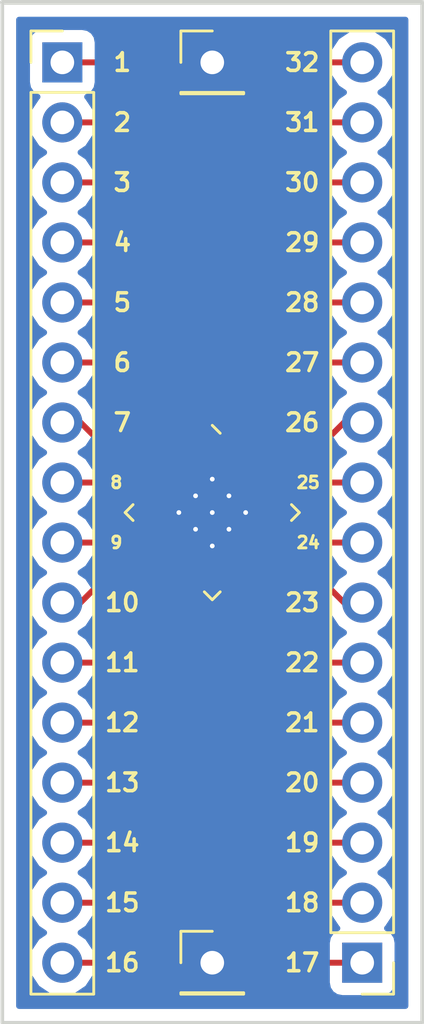
<source format=kicad_pcb>
(kicad_pcb (version 20171130) (host pcbnew "(5.0.0-3-g5ebb6b6)")

  (general
    (thickness 1.6)
    (drawings 36)
    (tracks 115)
    (zones 0)
    (modules 5)
    (nets 34)
  )

  (page A4)
  (layers
    (0 F.Cu signal)
    (31 B.Cu signal)
    (32 B.Adhes user)
    (33 F.Adhes user)
    (34 B.Paste user)
    (35 F.Paste user)
    (36 B.SilkS user)
    (37 F.SilkS user)
    (38 B.Mask user)
    (39 F.Mask user)
    (40 Dwgs.User user)
    (41 Cmts.User user)
    (42 Eco1.User user)
    (43 Eco2.User user)
    (44 Edge.Cuts user)
    (45 Margin user)
    (46 B.CrtYd user)
    (47 F.CrtYd user)
    (48 B.Fab user)
    (49 F.Fab user)
  )

  (setup
    (last_trace_width 0.25)
    (trace_clearance 0.2)
    (zone_clearance 0.508)
    (zone_45_only no)
    (trace_min 0.2)
    (segment_width 0.2)
    (edge_width 0.15)
    (via_size 0.8)
    (via_drill 0.4)
    (via_min_size 0.4)
    (via_min_drill 0.3)
    (uvia_size 0.3)
    (uvia_drill 0.1)
    (uvias_allowed no)
    (uvia_min_size 0.2)
    (uvia_min_drill 0.1)
    (pcb_text_width 0.15)
    (pcb_text_size 0.75 0.75)
    (mod_edge_width 0.15)
    (mod_text_size 1 1)
    (mod_text_width 0.15)
    (pad_size 1.524 1.524)
    (pad_drill 0.762)
    (pad_to_mask_clearance 0.2)
    (aux_axis_origin 0 0)
    (visible_elements FFFFFF7F)
    (pcbplotparams
      (layerselection 0x010fc_ffffffff)
      (usegerberextensions false)
      (usegerberattributes false)
      (usegerberadvancedattributes false)
      (creategerberjobfile false)
      (excludeedgelayer true)
      (linewidth 0.100000)
      (plotframeref false)
      (viasonmask false)
      (mode 1)
      (useauxorigin false)
      (hpglpennumber 1)
      (hpglpenspeed 20)
      (hpglpendiameter 15.000000)
      (psnegative false)
      (psa4output false)
      (plotreference true)
      (plotvalue true)
      (plotinvisibletext false)
      (padsonsilk false)
      (subtractmaskfromsilk false)
      (outputformat 1)
      (mirror false)
      (drillshape 0)
      (scaleselection 1)
      (outputdirectory "QFN32_GERBERS/"))
  )

  (net 0 "")
  (net 1 /THERMAL_PAD)
  (net 2 /1)
  (net 3 /2)
  (net 4 /3)
  (net 5 /4)
  (net 6 /5)
  (net 7 /6)
  (net 8 /7)
  (net 9 /8)
  (net 10 /9)
  (net 11 /10)
  (net 12 /11)
  (net 13 /12)
  (net 14 /13)
  (net 15 /14)
  (net 16 /15)
  (net 17 /16)
  (net 18 /32)
  (net 19 /31)
  (net 20 /30)
  (net 21 /29)
  (net 22 /28)
  (net 23 /27)
  (net 24 /26)
  (net 25 /25)
  (net 26 /24)
  (net 27 /23)
  (net 28 /22)
  (net 29 /21)
  (net 30 /20)
  (net 31 /19)
  (net 32 /18)
  (net 33 /17)

  (net_class Default "This is the default net class."
    (clearance 0.2)
    (trace_width 0.25)
    (via_dia 0.8)
    (via_drill 0.4)
    (uvia_dia 0.3)
    (uvia_drill 0.1)
    (add_net /1)
    (add_net /10)
    (add_net /11)
    (add_net /12)
    (add_net /13)
    (add_net /14)
    (add_net /15)
    (add_net /16)
    (add_net /17)
    (add_net /18)
    (add_net /19)
    (add_net /2)
    (add_net /20)
    (add_net /21)
    (add_net /22)
    (add_net /23)
    (add_net /24)
    (add_net /25)
    (add_net /26)
    (add_net /27)
    (add_net /28)
    (add_net /29)
    (add_net /3)
    (add_net /30)
    (add_net /31)
    (add_net /32)
    (add_net /4)
    (add_net /5)
    (add_net /6)
    (add_net /7)
    (add_net /8)
    (add_net /9)
    (add_net /THERMAL_PAD)
  )

  (module Connector_PinHeader_2.54mm:PinHeader_1x01_P2.54mm_Vertical (layer F.Cu) (tedit 5C4BAC97) (tstamp 5C4BAC21)
    (at 135.89 114.3)
    (descr "Through hole straight pin header, 1x01, 2.54mm pitch, single row")
    (tags "Through hole pin header THT 1x01 2.54mm single row")
    (path /5C4CA25B)
    (fp_text reference J1 (at -24.384 1.016) (layer F.SilkS) hide
      (effects (font (size 1 1) (thickness 0.15)))
    )
    (fp_text value Conn_01x01 (at -20.574 -6.35) (layer F.Fab) hide
      (effects (font (size 1 1) (thickness 0.15)))
    )
    (fp_text user %R (at 0 0 90) (layer F.Fab)
      (effects (font (size 1 1) (thickness 0.15)))
    )
    (fp_line (start 1.8 -1.8) (end -1.8 -1.8) (layer F.CrtYd) (width 0.05))
    (fp_line (start 1.8 1.8) (end 1.8 -1.8) (layer F.CrtYd) (width 0.05))
    (fp_line (start -1.8 1.8) (end 1.8 1.8) (layer F.CrtYd) (width 0.05))
    (fp_line (start -1.8 -1.8) (end -1.8 1.8) (layer F.CrtYd) (width 0.05))
    (fp_line (start -1.33 -1.33) (end 0 -1.33) (layer F.SilkS) (width 0.12))
    (fp_line (start -1.33 0) (end -1.33 -1.33) (layer F.SilkS) (width 0.12))
    (fp_line (start -1.33 1.27) (end 1.33 1.27) (layer F.SilkS) (width 0.12))
    (fp_line (start 1.33 1.27) (end 1.33 1.33) (layer F.SilkS) (width 0.12))
    (fp_line (start -1.33 1.27) (end -1.33 1.33) (layer F.SilkS) (width 0.12))
    (fp_line (start -1.33 1.33) (end 1.33 1.33) (layer F.SilkS) (width 0.12))
    (fp_line (start -1.27 -0.635) (end -0.635 -1.27) (layer F.Fab) (width 0.1))
    (fp_line (start -1.27 1.27) (end -1.27 -0.635) (layer F.Fab) (width 0.1))
    (fp_line (start 1.27 1.27) (end -1.27 1.27) (layer F.Fab) (width 0.1))
    (fp_line (start 1.27 -1.27) (end 1.27 1.27) (layer F.Fab) (width 0.1))
    (fp_line (start -0.635 -1.27) (end 1.27 -1.27) (layer F.Fab) (width 0.1))
    (pad 1 thru_hole rect (at 0 0) (size 1.7 1.7) (drill 1) (layers *.Cu *.Mask)
      (net 1 /THERMAL_PAD))
    (model ${KISYS3DMOD}/Connector_PinHeader_2.54mm.3dshapes/PinHeader_1x01_P2.54mm_Vertical.wrl
      (at (xyz 0 0 0))
      (scale (xyz 1 1 1))
      (rotate (xyz 0 0 0))
    )
  )

  (module Connector_PinHeader_2.54mm:PinHeader_1x01_P2.54mm_Vertical (layer F.Cu) (tedit 5C4BAC84) (tstamp 5C4BAC36)
    (at 135.89 76.2)
    (descr "Through hole straight pin header, 1x01, 2.54mm pitch, single row")
    (tags "Through hole pin header THT 1x01 2.54mm single row")
    (path /5C4CA20F)
    (fp_text reference J2 (at -22.098 1.27) (layer F.SilkS) hide
      (effects (font (size 1 1) (thickness 0.15)))
    )
    (fp_text value Conn_01x01 (at -19.05 7.366) (layer F.Fab) hide
      (effects (font (size 1 1) (thickness 0.15)))
    )
    (fp_line (start -0.635 -1.27) (end 1.27 -1.27) (layer F.Fab) (width 0.1))
    (fp_line (start 1.27 -1.27) (end 1.27 1.27) (layer F.Fab) (width 0.1))
    (fp_line (start 1.27 1.27) (end -1.27 1.27) (layer F.Fab) (width 0.1))
    (fp_line (start -1.27 1.27) (end -1.27 -0.635) (layer F.Fab) (width 0.1))
    (fp_line (start -1.27 -0.635) (end -0.635 -1.27) (layer F.Fab) (width 0.1))
    (fp_line (start -1.33 1.33) (end 1.33 1.33) (layer F.SilkS) (width 0.12))
    (fp_line (start -1.33 1.27) (end -1.33 1.33) (layer F.SilkS) (width 0.12))
    (fp_line (start 1.33 1.27) (end 1.33 1.33) (layer F.SilkS) (width 0.12))
    (fp_line (start -1.33 1.27) (end 1.33 1.27) (layer F.SilkS) (width 0.12))
    (fp_line (start -1.33 0) (end -1.33 -1.33) (layer F.SilkS) (width 0.12))
    (fp_line (start -1.33 -1.33) (end 0 -1.33) (layer F.SilkS) (width 0.12))
    (fp_line (start -1.8 -1.8) (end -1.8 1.8) (layer F.CrtYd) (width 0.05))
    (fp_line (start -1.8 1.8) (end 1.8 1.8) (layer F.CrtYd) (width 0.05))
    (fp_line (start 1.8 1.8) (end 1.8 -1.8) (layer F.CrtYd) (width 0.05))
    (fp_line (start 1.8 -1.8) (end -1.8 -1.8) (layer F.CrtYd) (width 0.05))
    (fp_text user %R (at 0 0 90) (layer F.Fab)
      (effects (font (size 1 1) (thickness 0.15)))
    )
    (pad 1 thru_hole rect (at 0 0) (size 1.7 1.7) (drill 1) (layers *.Cu *.Mask)
      (net 1 /THERMAL_PAD))
    (model ${KISYS3DMOD}/Connector_PinHeader_2.54mm.3dshapes/PinHeader_1x01_P2.54mm_Vertical.wrl
      (at (xyz 0 0 0))
      (scale (xyz 1 1 1))
      (rotate (xyz 0 0 0))
    )
  )

  (module Connector_PinHeader_2.54mm:PinHeader_1x16_P2.54mm_Vertical (layer F.Cu) (tedit 5C4BAC8D) (tstamp 5C4BAC5A)
    (at 129.54 76.2)
    (descr "Through hole straight pin header, 1x16, 2.54mm pitch, single row")
    (tags "Through hole pin header THT 1x16 2.54mm single row")
    (path /5C4D41D8)
    (fp_text reference J3 (at -15.494 3.556) (layer F.SilkS) hide
      (effects (font (size 1 1) (thickness 0.15)))
    )
    (fp_text value Conn_01x16 (at -13.716 27.178) (layer F.Fab) hide
      (effects (font (size 1 1) (thickness 0.15)))
    )
    (fp_line (start -0.635 -1.27) (end 1.27 -1.27) (layer F.Fab) (width 0.1))
    (fp_line (start 1.27 -1.27) (end 1.27 39.37) (layer F.Fab) (width 0.1))
    (fp_line (start 1.27 39.37) (end -1.27 39.37) (layer F.Fab) (width 0.1))
    (fp_line (start -1.27 39.37) (end -1.27 -0.635) (layer F.Fab) (width 0.1))
    (fp_line (start -1.27 -0.635) (end -0.635 -1.27) (layer F.Fab) (width 0.1))
    (fp_line (start -1.33 39.43) (end 1.33 39.43) (layer F.SilkS) (width 0.12))
    (fp_line (start -1.33 1.27) (end -1.33 39.43) (layer F.SilkS) (width 0.12))
    (fp_line (start 1.33 1.27) (end 1.33 39.43) (layer F.SilkS) (width 0.12))
    (fp_line (start -1.33 1.27) (end 1.33 1.27) (layer F.SilkS) (width 0.12))
    (fp_line (start -1.33 0) (end -1.33 -1.33) (layer F.SilkS) (width 0.12))
    (fp_line (start -1.33 -1.33) (end 0 -1.33) (layer F.SilkS) (width 0.12))
    (fp_line (start -1.8 -1.8) (end -1.8 39.9) (layer F.CrtYd) (width 0.05))
    (fp_line (start -1.8 39.9) (end 1.8 39.9) (layer F.CrtYd) (width 0.05))
    (fp_line (start 1.8 39.9) (end 1.8 -1.8) (layer F.CrtYd) (width 0.05))
    (fp_line (start 1.8 -1.8) (end -1.8 -1.8) (layer F.CrtYd) (width 0.05))
    (fp_text user %R (at 0 19.05 90) (layer F.Fab)
      (effects (font (size 1 1) (thickness 0.15)))
    )
    (pad 1 thru_hole rect (at 0 0) (size 1.7 1.7) (drill 1) (layers *.Cu *.Mask)
      (net 2 /1))
    (pad 2 thru_hole oval (at 0 2.54) (size 1.7 1.7) (drill 1) (layers *.Cu *.Mask)
      (net 3 /2))
    (pad 3 thru_hole oval (at 0 5.08) (size 1.7 1.7) (drill 1) (layers *.Cu *.Mask)
      (net 4 /3))
    (pad 4 thru_hole oval (at 0 7.62) (size 1.7 1.7) (drill 1) (layers *.Cu *.Mask)
      (net 5 /4))
    (pad 5 thru_hole oval (at 0 10.16) (size 1.7 1.7) (drill 1) (layers *.Cu *.Mask)
      (net 6 /5))
    (pad 6 thru_hole oval (at 0 12.7) (size 1.7 1.7) (drill 1) (layers *.Cu *.Mask)
      (net 7 /6))
    (pad 7 thru_hole oval (at 0 15.24) (size 1.7 1.7) (drill 1) (layers *.Cu *.Mask)
      (net 8 /7))
    (pad 8 thru_hole oval (at 0 17.78) (size 1.7 1.7) (drill 1) (layers *.Cu *.Mask)
      (net 9 /8))
    (pad 9 thru_hole oval (at 0 20.32) (size 1.7 1.7) (drill 1) (layers *.Cu *.Mask)
      (net 10 /9))
    (pad 10 thru_hole oval (at 0 22.86) (size 1.7 1.7) (drill 1) (layers *.Cu *.Mask)
      (net 11 /10))
    (pad 11 thru_hole oval (at 0 25.4) (size 1.7 1.7) (drill 1) (layers *.Cu *.Mask)
      (net 12 /11))
    (pad 12 thru_hole oval (at 0 27.94) (size 1.7 1.7) (drill 1) (layers *.Cu *.Mask)
      (net 13 /12))
    (pad 13 thru_hole oval (at 0 30.48) (size 1.7 1.7) (drill 1) (layers *.Cu *.Mask)
      (net 14 /13))
    (pad 14 thru_hole oval (at 0 33.02) (size 1.7 1.7) (drill 1) (layers *.Cu *.Mask)
      (net 15 /14))
    (pad 15 thru_hole oval (at 0 35.56) (size 1.7 1.7) (drill 1) (layers *.Cu *.Mask)
      (net 16 /15))
    (pad 16 thru_hole oval (at 0 38.1) (size 1.7 1.7) (drill 1) (layers *.Cu *.Mask)
      (net 17 /16))
    (model ${KISYS3DMOD}/Connector_PinHeader_2.54mm.3dshapes/PinHeader_1x16_P2.54mm_Vertical.wrl
      (at (xyz 0 0 0))
      (scale (xyz 1 1 1))
      (rotate (xyz 0 0 0))
    )
  )

  (module Connector_PinHeader_2.54mm:PinHeader_1x16_P2.54mm_Vertical (layer F.Cu) (tedit 5C4BAC93) (tstamp 5C4BAC7E)
    (at 142.24 114.3 180)
    (descr "Through hole straight pin header, 1x16, 2.54mm pitch, single row")
    (tags "Through hole pin header THT 1x16 2.54mm single row")
    (path /5C4D562C)
    (fp_text reference J4 (at 28.448 3.048 180) (layer F.SilkS) hide
      (effects (font (size 1 1) (thickness 0.15)))
    )
    (fp_text value Conn_01x16 (at 29.718 39.37 180) (layer F.Fab) hide
      (effects (font (size 1 1) (thickness 0.15)))
    )
    (fp_text user %R (at 0 19.05 270) (layer F.Fab)
      (effects (font (size 1 1) (thickness 0.15)))
    )
    (fp_line (start 1.8 -1.8) (end -1.8 -1.8) (layer F.CrtYd) (width 0.05))
    (fp_line (start 1.8 39.9) (end 1.8 -1.8) (layer F.CrtYd) (width 0.05))
    (fp_line (start -1.8 39.9) (end 1.8 39.9) (layer F.CrtYd) (width 0.05))
    (fp_line (start -1.8 -1.8) (end -1.8 39.9) (layer F.CrtYd) (width 0.05))
    (fp_line (start -1.33 -1.33) (end 0 -1.33) (layer F.SilkS) (width 0.12))
    (fp_line (start -1.33 0) (end -1.33 -1.33) (layer F.SilkS) (width 0.12))
    (fp_line (start -1.33 1.27) (end 1.33 1.27) (layer F.SilkS) (width 0.12))
    (fp_line (start 1.33 1.27) (end 1.33 39.43) (layer F.SilkS) (width 0.12))
    (fp_line (start -1.33 1.27) (end -1.33 39.43) (layer F.SilkS) (width 0.12))
    (fp_line (start -1.33 39.43) (end 1.33 39.43) (layer F.SilkS) (width 0.12))
    (fp_line (start -1.27 -0.635) (end -0.635 -1.27) (layer F.Fab) (width 0.1))
    (fp_line (start -1.27 39.37) (end -1.27 -0.635) (layer F.Fab) (width 0.1))
    (fp_line (start 1.27 39.37) (end -1.27 39.37) (layer F.Fab) (width 0.1))
    (fp_line (start 1.27 -1.27) (end 1.27 39.37) (layer F.Fab) (width 0.1))
    (fp_line (start -0.635 -1.27) (end 1.27 -1.27) (layer F.Fab) (width 0.1))
    (pad 16 thru_hole oval (at 0 38.1 180) (size 1.7 1.7) (drill 1) (layers *.Cu *.Mask)
      (net 18 /32))
    (pad 15 thru_hole oval (at 0 35.56 180) (size 1.7 1.7) (drill 1) (layers *.Cu *.Mask)
      (net 19 /31))
    (pad 14 thru_hole oval (at 0 33.02 180) (size 1.7 1.7) (drill 1) (layers *.Cu *.Mask)
      (net 20 /30))
    (pad 13 thru_hole oval (at 0 30.48 180) (size 1.7 1.7) (drill 1) (layers *.Cu *.Mask)
      (net 21 /29))
    (pad 12 thru_hole oval (at 0 27.94 180) (size 1.7 1.7) (drill 1) (layers *.Cu *.Mask)
      (net 22 /28))
    (pad 11 thru_hole oval (at 0 25.4 180) (size 1.7 1.7) (drill 1) (layers *.Cu *.Mask)
      (net 23 /27))
    (pad 10 thru_hole oval (at 0 22.86 180) (size 1.7 1.7) (drill 1) (layers *.Cu *.Mask)
      (net 24 /26))
    (pad 9 thru_hole oval (at 0 20.32 180) (size 1.7 1.7) (drill 1) (layers *.Cu *.Mask)
      (net 25 /25))
    (pad 8 thru_hole oval (at 0 17.78 180) (size 1.7 1.7) (drill 1) (layers *.Cu *.Mask)
      (net 26 /24))
    (pad 7 thru_hole oval (at 0 15.24 180) (size 1.7 1.7) (drill 1) (layers *.Cu *.Mask)
      (net 27 /23))
    (pad 6 thru_hole oval (at 0 12.7 180) (size 1.7 1.7) (drill 1) (layers *.Cu *.Mask)
      (net 28 /22))
    (pad 5 thru_hole oval (at 0 10.16 180) (size 1.7 1.7) (drill 1) (layers *.Cu *.Mask)
      (net 29 /21))
    (pad 4 thru_hole oval (at 0 7.62 180) (size 1.7 1.7) (drill 1) (layers *.Cu *.Mask)
      (net 30 /20))
    (pad 3 thru_hole oval (at 0 5.08 180) (size 1.7 1.7) (drill 1) (layers *.Cu *.Mask)
      (net 31 /19))
    (pad 2 thru_hole oval (at 0 2.54 180) (size 1.7 1.7) (drill 1) (layers *.Cu *.Mask)
      (net 32 /18))
    (pad 1 thru_hole rect (at 0 0 180) (size 1.7 1.7) (drill 1) (layers *.Cu *.Mask)
      (net 33 /17))
    (model ${KISYS3DMOD}/Connector_PinHeader_2.54mm.3dshapes/PinHeader_1x16_P2.54mm_Vertical.wrl
      (at (xyz 0 0 0))
      (scale (xyz 1 1 1))
      (rotate (xyz 0 0 0))
    )
  )

  (module Package_DFN_QFN:Texas_S-PVQFN-N32_EP3.45x3.45mm_ThermalVias (layer F.Cu) (tedit 5C4BAC89) (tstamp 5C4BACCE)
    (at 135.89 95.25 315)
    (descr "QFN, 32 Pin (http://www.ti.com/lit/ds/symlink/msp430f1122.pdf), generated with kicad-footprint-generator ipc_dfn_qfn_generator.py")
    (tags "QFN DFN_QFN")
    (path /5C4CA01A)
    (attr smd)
    (fp_text reference U1 (at -13.829594 7.72302 315) (layer F.SilkS) hide
      (effects (font (size 1 1) (thickness 0.15)))
    )
    (fp_text value DummyQFN32 (at -9.698677 11.135518 315) (layer F.Fab) hide
      (effects (font (size 1 1) (thickness 0.15)))
    )
    (fp_line (start 2.135 -2.61) (end 2.61 -2.61) (layer F.SilkS) (width 0.12))
    (fp_line (start 2.61 -2.61) (end 2.61 -2.135) (layer F.SilkS) (width 0.12))
    (fp_line (start -2.135 2.61) (end -2.61 2.61) (layer F.SilkS) (width 0.12))
    (fp_line (start -2.61 2.61) (end -2.61 2.135) (layer F.SilkS) (width 0.12))
    (fp_line (start 2.135 2.61) (end 2.61 2.61) (layer F.SilkS) (width 0.12))
    (fp_line (start 2.61 2.61) (end 2.61 2.135) (layer F.SilkS) (width 0.12))
    (fp_line (start -2.135 -2.61) (end -2.61 -2.61) (layer F.SilkS) (width 0.12))
    (fp_line (start -1.5 -2.5) (end 2.5 -2.5) (layer F.Fab) (width 0.1))
    (fp_line (start 2.5 -2.5) (end 2.5 2.5) (layer F.Fab) (width 0.1))
    (fp_line (start 2.5 2.5) (end -2.5 2.5) (layer F.Fab) (width 0.1))
    (fp_line (start -2.5 2.5) (end -2.5 -1.5) (layer F.Fab) (width 0.1))
    (fp_line (start -2.5 -1.5) (end -1.5 -2.5) (layer F.Fab) (width 0.1))
    (fp_line (start -3.12 -3.12) (end -3.12 3.12) (layer F.CrtYd) (width 0.05))
    (fp_line (start -3.12 3.12) (end 3.12 3.12) (layer F.CrtYd) (width 0.05))
    (fp_line (start 3.12 3.12) (end 3.12 -3.12) (layer F.CrtYd) (width 0.05))
    (fp_line (start 3.12 -3.12) (end -3.12 -3.12) (layer F.CrtYd) (width 0.05))
    (fp_text user %R (at 0 0 315) (layer F.Fab)
      (effects (font (size 1 1) (thickness 0.15)))
    )
    (pad 33 smd roundrect (at 0 0 315) (size 3.45 3.45) (layers F.Cu F.Mask) (roundrect_rratio 0.072464)
      (net 1 /THERMAL_PAD))
    (pad 33 thru_hole circle (at -1 -1 315) (size 0.5 0.5) (drill 0.2) (layers *.Cu)
      (net 1 /THERMAL_PAD))
    (pad 33 thru_hole circle (at 0 -1 315) (size 0.5 0.5) (drill 0.2) (layers *.Cu)
      (net 1 /THERMAL_PAD))
    (pad 33 thru_hole circle (at 1 -1 315) (size 0.5 0.5) (drill 0.2) (layers *.Cu)
      (net 1 /THERMAL_PAD))
    (pad 33 thru_hole circle (at -1 0 315) (size 0.5 0.5) (drill 0.2) (layers *.Cu)
      (net 1 /THERMAL_PAD))
    (pad 33 thru_hole circle (at 0 0 315) (size 0.5 0.5) (drill 0.2) (layers *.Cu)
      (net 1 /THERMAL_PAD))
    (pad 33 thru_hole circle (at 1 0 315) (size 0.5 0.5) (drill 0.2) (layers *.Cu)
      (net 1 /THERMAL_PAD))
    (pad 33 thru_hole circle (at -1 1 315) (size 0.5 0.5) (drill 0.2) (layers *.Cu)
      (net 1 /THERMAL_PAD))
    (pad 33 thru_hole circle (at 0 1 315) (size 0.5 0.5) (drill 0.2) (layers *.Cu)
      (net 1 /THERMAL_PAD))
    (pad 33 thru_hole circle (at 1 1 315) (size 0.5 0.5) (drill 0.2) (layers *.Cu)
      (net 1 /THERMAL_PAD))
    (pad 33 smd roundrect (at 0 0 315) (size 2.5 2.5) (layers B.Cu) (roundrect_rratio 0.1)
      (net 1 /THERMAL_PAD))
    (pad "" smd roundrect (at -0.5 -0.5 315) (size 0.806226 0.806226) (layers F.Paste) (roundrect_rratio 0.25))
    (pad "" smd roundrect (at -0.5 0.5 315) (size 0.806226 0.806226) (layers F.Paste) (roundrect_rratio 0.25))
    (pad "" smd roundrect (at 0.5 -0.5 315) (size 0.806226 0.806226) (layers F.Paste) (roundrect_rratio 0.25))
    (pad "" smd roundrect (at 0.5 0.5 315) (size 0.806226 0.806226) (layers F.Paste) (roundrect_rratio 0.25))
    (pad "" smd custom (at -1.3625 -0.499999 315) (size 0.502693 0.502693) (layers F.Paste)
      (options (clearance outline) (anchor circle))
      (primitives
        (gr_poly (pts
           (xy -0.292257 -0.403113) (xy 0.176544 -0.403113) (xy 0.292257 -0.2874) (xy 0.292257 0.2874) (xy 0.176544 0.403113)
           (xy -0.292257 0.403113)) (width 0))
      ))
    (pad "" smd custom (at -1.3625 0.499999 315) (size 0.502693 0.502693) (layers F.Paste)
      (options (clearance outline) (anchor circle))
      (primitives
        (gr_poly (pts
           (xy -0.292257 -0.403113) (xy 0.176544 -0.403113) (xy 0.292257 -0.2874) (xy 0.292257 0.2874) (xy 0.176544 0.403113)
           (xy -0.292257 0.403113)) (width 0))
      ))
    (pad "" smd custom (at 1.3625 -0.499999 315) (size 0.502693 0.502693) (layers F.Paste)
      (options (clearance outline) (anchor circle))
      (primitives
        (gr_poly (pts
           (xy -0.292257 -0.2874) (xy -0.176544 -0.403113) (xy 0.292257 -0.403113) (xy 0.292257 0.403113) (xy -0.176544 0.403113)
           (xy -0.292257 0.2874)) (width 0))
      ))
    (pad "" smd custom (at 1.3625 0.499999 315) (size 0.502693 0.502693) (layers F.Paste)
      (options (clearance outline) (anchor circle))
      (primitives
        (gr_poly (pts
           (xy -0.292257 -0.2874) (xy -0.176544 -0.403113) (xy 0.292257 -0.403113) (xy 0.292257 0.403113) (xy -0.176544 0.403113)
           (xy -0.292257 0.2874)) (width 0))
      ))
    (pad "" smd custom (at -0.499999 -1.3625 315) (size 0.502693 0.502693) (layers F.Paste)
      (options (clearance outline) (anchor circle))
      (primitives
        (gr_poly (pts
           (xy -0.403113 -0.292257) (xy 0.403113 -0.292257) (xy 0.403113 0.176544) (xy 0.2874 0.292257) (xy -0.2874 0.292257)
           (xy -0.403113 0.176544)) (width 0))
      ))
    (pad "" smd custom (at 0.499999 -1.3625 315) (size 0.502693 0.502693) (layers F.Paste)
      (options (clearance outline) (anchor circle))
      (primitives
        (gr_poly (pts
           (xy -0.403113 -0.292257) (xy 0.403113 -0.292257) (xy 0.403113 0.176544) (xy 0.2874 0.292257) (xy -0.2874 0.292257)
           (xy -0.403113 0.176544)) (width 0))
      ))
    (pad "" smd custom (at -0.499999 1.3625 315) (size 0.502693 0.502693) (layers F.Paste)
      (options (clearance outline) (anchor circle))
      (primitives
        (gr_poly (pts
           (xy -0.403113 -0.176544) (xy -0.2874 -0.292257) (xy 0.2874 -0.292257) (xy 0.403113 -0.176544) (xy 0.403113 0.292257)
           (xy -0.403113 0.292257)) (width 0))
      ))
    (pad "" smd custom (at 0.499999 1.3625 315) (size 0.502693 0.502693) (layers F.Paste)
      (options (clearance outline) (anchor circle))
      (primitives
        (gr_poly (pts
           (xy -0.403113 -0.176544) (xy -0.2874 -0.292257) (xy 0.2874 -0.292257) (xy 0.403113 -0.176544) (xy 0.403113 0.292257)
           (xy -0.403113 0.292257)) (width 0))
      ))
    (pad "" smd custom (at -1.3625 -1.3625 315) (size 0.483853 0.483853) (layers F.Paste)
      (options (clearance outline) (anchor circle))
      (primitives
        (gr_poly (pts
           (xy -0.292257 -0.292257) (xy 0.292257 -0.292257) (xy 0.292257 0.1499) (xy 0.1499 0.292257) (xy -0.292257 0.292257)
) (width 0))
      ))
    (pad "" smd custom (at -1.3625 1.3625 315) (size 0.483853 0.483853) (layers F.Paste)
      (options (clearance outline) (anchor circle))
      (primitives
        (gr_poly (pts
           (xy -0.292257 -0.292257) (xy 0.1499 -0.292257) (xy 0.292257 -0.1499) (xy 0.292257 0.292257) (xy -0.292257 0.292257)
) (width 0))
      ))
    (pad "" smd custom (at 1.3625 -1.3625 315) (size 0.483853 0.483853) (layers F.Paste)
      (options (clearance outline) (anchor circle))
      (primitives
        (gr_poly (pts
           (xy -0.292257 -0.292257) (xy 0.292257 -0.292257) (xy 0.292257 0.292257) (xy -0.1499 0.292257) (xy -0.292257 0.1499)
) (width 0))
      ))
    (pad "" smd custom (at 1.3625 1.3625 315) (size 0.483853 0.483853) (layers F.Paste)
      (options (clearance outline) (anchor circle))
      (primitives
        (gr_poly (pts
           (xy -0.292257 -0.1499) (xy -0.1499 -0.292257) (xy 0.292257 -0.292257) (xy 0.292257 0.292257) (xy -0.292257 0.292257)
) (width 0))
      ))
    (pad 1 smd roundrect (at -2.4875 -1.75 315) (size 0.775 0.25) (layers F.Cu F.Paste F.Mask) (roundrect_rratio 0.25)
      (net 2 /1))
    (pad 2 smd roundrect (at -2.487501 -1.25 315) (size 0.775 0.25) (layers F.Cu F.Paste F.Mask) (roundrect_rratio 0.25)
      (net 3 /2))
    (pad 3 smd roundrect (at -2.4875 -0.75 315) (size 0.775 0.25) (layers F.Cu F.Paste F.Mask) (roundrect_rratio 0.25)
      (net 4 /3))
    (pad 4 smd roundrect (at -2.4875 -0.25 315) (size 0.775 0.25) (layers F.Cu F.Paste F.Mask) (roundrect_rratio 0.25)
      (net 5 /4))
    (pad 5 smd roundrect (at -2.4875 0.25 315) (size 0.775 0.25) (layers F.Cu F.Paste F.Mask) (roundrect_rratio 0.25)
      (net 6 /5))
    (pad 6 smd roundrect (at -2.4875 0.75 315) (size 0.775 0.25) (layers F.Cu F.Paste F.Mask) (roundrect_rratio 0.25)
      (net 7 /6))
    (pad 7 smd roundrect (at -2.487501 1.25 315) (size 0.775 0.25) (layers F.Cu F.Paste F.Mask) (roundrect_rratio 0.25)
      (net 8 /7))
    (pad 8 smd roundrect (at -2.4875 1.75 315) (size 0.775 0.25) (layers F.Cu F.Paste F.Mask) (roundrect_rratio 0.25)
      (net 9 /8))
    (pad 9 smd roundrect (at -1.75 2.4875 315) (size 0.25 0.775) (layers F.Cu F.Paste F.Mask) (roundrect_rratio 0.25)
      (net 10 /9))
    (pad 10 smd roundrect (at -1.25 2.487501 315) (size 0.25 0.775) (layers F.Cu F.Paste F.Mask) (roundrect_rratio 0.25)
      (net 11 /10))
    (pad 11 smd roundrect (at -0.75 2.4875 315) (size 0.25 0.775) (layers F.Cu F.Paste F.Mask) (roundrect_rratio 0.25)
      (net 12 /11))
    (pad 12 smd roundrect (at -0.25 2.4875 315) (size 0.25 0.775) (layers F.Cu F.Paste F.Mask) (roundrect_rratio 0.25)
      (net 13 /12))
    (pad 13 smd roundrect (at 0.25 2.4875 315) (size 0.25 0.775) (layers F.Cu F.Paste F.Mask) (roundrect_rratio 0.25)
      (net 14 /13))
    (pad 14 smd roundrect (at 0.75 2.4875 315) (size 0.25 0.775) (layers F.Cu F.Paste F.Mask) (roundrect_rratio 0.25)
      (net 15 /14))
    (pad 15 smd roundrect (at 1.25 2.487501 315) (size 0.25 0.775) (layers F.Cu F.Paste F.Mask) (roundrect_rratio 0.25)
      (net 16 /15))
    (pad 16 smd roundrect (at 1.75 2.4875 315) (size 0.25 0.775) (layers F.Cu F.Paste F.Mask) (roundrect_rratio 0.25)
      (net 17 /16))
    (pad 17 smd roundrect (at 2.4875 1.75 315) (size 0.775 0.25) (layers F.Cu F.Paste F.Mask) (roundrect_rratio 0.25)
      (net 33 /17))
    (pad 18 smd roundrect (at 2.487501 1.25 315) (size 0.775 0.25) (layers F.Cu F.Paste F.Mask) (roundrect_rratio 0.25)
      (net 32 /18))
    (pad 19 smd roundrect (at 2.4875 0.75 315) (size 0.775 0.25) (layers F.Cu F.Paste F.Mask) (roundrect_rratio 0.25)
      (net 31 /19))
    (pad 20 smd roundrect (at 2.4875 0.25 315) (size 0.775 0.25) (layers F.Cu F.Paste F.Mask) (roundrect_rratio 0.25)
      (net 30 /20))
    (pad 21 smd roundrect (at 2.4875 -0.25 315) (size 0.775 0.25) (layers F.Cu F.Paste F.Mask) (roundrect_rratio 0.25)
      (net 29 /21))
    (pad 22 smd roundrect (at 2.4875 -0.75 315) (size 0.775 0.25) (layers F.Cu F.Paste F.Mask) (roundrect_rratio 0.25)
      (net 28 /22))
    (pad 23 smd roundrect (at 2.487501 -1.25 315) (size 0.775 0.25) (layers F.Cu F.Paste F.Mask) (roundrect_rratio 0.25)
      (net 27 /23))
    (pad 24 smd roundrect (at 2.4875 -1.75 315) (size 0.775 0.25) (layers F.Cu F.Paste F.Mask) (roundrect_rratio 0.25)
      (net 26 /24))
    (pad 25 smd roundrect (at 1.75 -2.4875 315) (size 0.25 0.775) (layers F.Cu F.Paste F.Mask) (roundrect_rratio 0.25)
      (net 25 /25))
    (pad 26 smd roundrect (at 1.25 -2.487501 315) (size 0.25 0.775) (layers F.Cu F.Paste F.Mask) (roundrect_rratio 0.25)
      (net 24 /26))
    (pad 27 smd roundrect (at 0.75 -2.4875 315) (size 0.25 0.775) (layers F.Cu F.Paste F.Mask) (roundrect_rratio 0.25)
      (net 23 /27))
    (pad 28 smd roundrect (at 0.25 -2.4875 315) (size 0.25 0.775) (layers F.Cu F.Paste F.Mask) (roundrect_rratio 0.25)
      (net 22 /28))
    (pad 29 smd roundrect (at -0.25 -2.4875 315) (size 0.25 0.775) (layers F.Cu F.Paste F.Mask) (roundrect_rratio 0.25)
      (net 21 /29))
    (pad 30 smd roundrect (at -0.75 -2.4875 315) (size 0.25 0.775) (layers F.Cu F.Paste F.Mask) (roundrect_rratio 0.25)
      (net 20 /30))
    (pad 31 smd roundrect (at -1.25 -2.487501 315) (size 0.25 0.775) (layers F.Cu F.Paste F.Mask) (roundrect_rratio 0.25)
      (net 19 /31))
    (pad 32 smd roundrect (at -1.75 -2.4875 315) (size 0.25 0.775) (layers F.Cu F.Paste F.Mask) (roundrect_rratio 0.25)
      (net 18 /32))
    (model ${KISYS3DMOD}/Package_DFN_QFN.3dshapes/Texas_S-PVQFN-N32_EP3.45x3.45mm.wrl
      (at (xyz 0 0 0))
      (scale (xyz 1 1 1))
      (rotate (xyz 0 0 0))
    )
  )

  (gr_text 32 (at 139.7 76.2) (layer F.SilkS)
    (effects (font (size 0.75 0.75) (thickness 0.15)))
  )
  (gr_text 31 (at 139.7 78.74) (layer F.SilkS)
    (effects (font (size 0.75 0.75) (thickness 0.15)))
  )
  (gr_text 30 (at 139.7 81.28) (layer F.SilkS)
    (effects (font (size 0.75 0.75) (thickness 0.15)))
  )
  (gr_text 29 (at 139.7 83.82) (layer F.SilkS)
    (effects (font (size 0.75 0.75) (thickness 0.15)))
  )
  (gr_text 28 (at 139.7 86.36) (layer F.SilkS)
    (effects (font (size 0.75 0.75) (thickness 0.15)))
  )
  (gr_text 27 (at 139.7 88.9) (layer F.SilkS)
    (effects (font (size 0.75 0.75) (thickness 0.15)))
  )
  (gr_text 26 (at 139.7 91.44) (layer F.SilkS)
    (effects (font (size 0.75 0.75) (thickness 0.15)))
  )
  (gr_text 25 (at 139.954 93.98) (layer F.SilkS)
    (effects (font (size 0.5 0.5) (thickness 0.125)))
  )
  (gr_text 24 (at 139.954 96.52) (layer F.SilkS)
    (effects (font (size 0.5 0.5) (thickness 0.125)))
  )
  (gr_text 23 (at 139.7 99.06) (layer F.SilkS)
    (effects (font (size 0.75 0.75) (thickness 0.15)))
  )
  (gr_text 22 (at 139.7 101.6) (layer F.SilkS)
    (effects (font (size 0.75 0.75) (thickness 0.15)))
  )
  (gr_text 21 (at 139.7 104.14) (layer F.SilkS)
    (effects (font (size 0.75 0.75) (thickness 0.15)))
  )
  (gr_text 20 (at 139.7 106.68) (layer F.SilkS)
    (effects (font (size 0.75 0.75) (thickness 0.15)))
  )
  (gr_text 19 (at 139.7 109.22) (layer F.SilkS)
    (effects (font (size 0.75 0.75) (thickness 0.15)))
  )
  (gr_text 18 (at 139.7 111.76) (layer F.SilkS)
    (effects (font (size 0.75 0.75) (thickness 0.15)))
  )
  (gr_text 17 (at 139.7 114.3) (layer F.SilkS)
    (effects (font (size 0.75 0.75) (thickness 0.15)))
  )
  (gr_text 16 (at 132.08 114.3) (layer F.SilkS)
    (effects (font (size 0.75 0.75) (thickness 0.15)))
  )
  (gr_text 15 (at 132.08 111.76) (layer F.SilkS)
    (effects (font (size 0.75 0.75) (thickness 0.15)))
  )
  (gr_text 14 (at 132.08 109.22) (layer F.SilkS)
    (effects (font (size 0.75 0.75) (thickness 0.15)))
  )
  (gr_text 13 (at 132.08 106.68) (layer F.SilkS)
    (effects (font (size 0.75 0.75) (thickness 0.15)))
  )
  (gr_text 12 (at 132.08 104.14) (layer F.SilkS)
    (effects (font (size 0.75 0.75) (thickness 0.15)))
  )
  (gr_text 11 (at 132.08 101.6) (layer F.SilkS)
    (effects (font (size 0.75 0.75) (thickness 0.15)))
  )
  (gr_text 10 (at 132.08 99.06) (layer F.SilkS)
    (effects (font (size 0.75 0.75) (thickness 0.15)))
  )
  (gr_text 9 (at 131.826 96.52) (layer F.SilkS)
    (effects (font (size 0.5 0.5) (thickness 0.125)))
  )
  (gr_text 8 (at 131.826 93.98) (layer F.SilkS)
    (effects (font (size 0.5 0.5) (thickness 0.125)))
  )
  (gr_text 7 (at 132.08 91.44) (layer F.SilkS)
    (effects (font (size 0.75 0.75) (thickness 0.15)))
  )
  (gr_text 6 (at 132.08 88.9) (layer F.SilkS)
    (effects (font (size 0.75 0.75) (thickness 0.15)))
  )
  (gr_text 5 (at 132.08 86.36) (layer F.SilkS)
    (effects (font (size 0.75 0.75) (thickness 0.15)))
  )
  (gr_text 4 (at 132.08 83.82) (layer F.SilkS)
    (effects (font (size 0.75 0.75) (thickness 0.15)))
  )
  (gr_text 3 (at 132.08 81.28) (layer F.SilkS)
    (effects (font (size 0.75 0.75) (thickness 0.15)))
  )
  (gr_text 2 (at 132.08 78.74) (layer F.SilkS)
    (effects (font (size 0.75 0.75) (thickness 0.15)))
  )
  (gr_text 1 (at 132.08 76.2) (layer F.SilkS)
    (effects (font (size 0.75 0.75) (thickness 0.15)))
  )
  (gr_line (start 127 116.84) (end 127 73.66) (layer Edge.Cuts) (width 0.15))
  (gr_line (start 144.78 116.84) (end 127 116.84) (layer Edge.Cuts) (width 0.15))
  (gr_line (start 144.78 73.66) (end 144.78 116.84) (layer Edge.Cuts) (width 0.15))
  (gr_line (start 127 73.66) (end 144.78 73.66) (layer Edge.Cuts) (width 0.2))

  (segment (start 135.368509 92.253635) (end 135.368509 80.123509) (width 0.25) (layer F.Cu) (net 2))
  (segment (start 131.445 76.2) (end 129.54 76.2) (width 0.25) (layer F.Cu) (net 2))
  (segment (start 135.368509 80.123509) (end 131.445 76.2) (width 0.25) (layer F.Cu) (net 2))
  (segment (start 135.014955 92.607188) (end 134.62 92.212233) (width 0.25) (layer F.Cu) (net 3))
  (segment (start 134.62 92.212233) (end 134.62 81.026) (width 0.25) (layer F.Cu) (net 3))
  (segment (start 132.334 78.74) (end 129.54 78.74) (width 0.25) (layer F.Cu) (net 3))
  (segment (start 134.62 81.026) (end 132.334 78.74) (width 0.25) (layer F.Cu) (net 3))
  (segment (start 132.588 81.28) (end 129.54 81.28) (width 0.25) (layer F.Cu) (net 4))
  (segment (start 134.05401 82.74601) (end 132.588 81.28) (width 0.25) (layer F.Cu) (net 4))
  (segment (start 134.05401 92.35335) (end 134.05401 82.74601) (width 0.25) (layer F.Cu) (net 4))
  (segment (start 134.661402 92.960742) (end 134.05401 92.35335) (width 0.25) (layer F.Cu) (net 4))
  (segment (start 133.604 84.836) (end 132.588 83.82) (width 0.25) (layer F.Cu) (net 5))
  (segment (start 132.588 83.82) (end 129.54 83.82) (width 0.25) (layer F.Cu) (net 5))
  (segment (start 133.604 92.610446) (end 133.604 84.836) (width 0.25) (layer F.Cu) (net 5))
  (segment (start 134.307849 93.314295) (end 133.604 92.610446) (width 0.25) (layer F.Cu) (net 5))
  (segment (start 133.096 92.809554) (end 133.096 87.122) (width 0.25) (layer F.Cu) (net 6))
  (segment (start 133.954295 93.667849) (end 133.096 92.809554) (width 0.25) (layer F.Cu) (net 6))
  (segment (start 132.334 86.36) (end 129.54 86.36) (width 0.25) (layer F.Cu) (net 6))
  (segment (start 133.096 87.122) (end 132.334 86.36) (width 0.25) (layer F.Cu) (net 6))
  (segment (start 132.588 93.00866) (end 132.588 90.17) (width 0.25) (layer F.Cu) (net 7))
  (segment (start 133.600742 94.021402) (end 132.588 93.00866) (width 0.25) (layer F.Cu) (net 7))
  (segment (start 131.318 88.9) (end 129.54 88.9) (width 0.25) (layer F.Cu) (net 7))
  (segment (start 132.588 90.17) (end 131.318 88.9) (width 0.25) (layer F.Cu) (net 7))
  (segment (start 130.312233 91.44) (end 129.54 91.44) (width 0.25) (layer F.Cu) (net 8))
  (segment (start 133.247188 94.374955) (end 130.312233 91.44) (width 0.25) (layer F.Cu) (net 8))
  (segment (start 132.145126 93.98) (end 129.54 93.98) (width 0.25) (layer F.Cu) (net 9))
  (segment (start 132.893635 94.728509) (end 132.145126 93.98) (width 0.25) (layer F.Cu) (net 9))
  (segment (start 132.145126 96.52) (end 129.54 96.52) (width 0.25) (layer F.Cu) (net 10))
  (segment (start 132.893635 95.771491) (end 132.145126 96.52) (width 0.25) (layer F.Cu) (net 10))
  (segment (start 130.312233 99.06) (end 129.54 99.06) (width 0.25) (layer F.Cu) (net 11))
  (segment (start 133.247188 96.125045) (end 130.312233 99.06) (width 0.25) (layer F.Cu) (net 11))
  (segment (start 132.334 101.092) (end 131.826 101.6) (width 0.25) (layer F.Cu) (net 12))
  (segment (start 132.334 97.74534) (end 132.334 101.092) (width 0.25) (layer F.Cu) (net 12))
  (segment (start 131.826 101.6) (end 129.54 101.6) (width 0.25) (layer F.Cu) (net 12))
  (segment (start 133.600742 96.478598) (end 132.334 97.74534) (width 0.25) (layer F.Cu) (net 12))
  (segment (start 132.842 103.632) (end 132.334 104.14) (width 0.25) (layer F.Cu) (net 13))
  (segment (start 132.842 97.873752) (end 132.842 103.632) (width 0.25) (layer F.Cu) (net 13))
  (segment (start 132.334 104.14) (end 129.54 104.14) (width 0.25) (layer F.Cu) (net 13))
  (segment (start 133.883601 96.832151) (end 132.842 97.873752) (width 0.25) (layer F.Cu) (net 13))
  (segment (start 133.954295 96.832151) (end 133.883601 96.832151) (width 0.25) (layer F.Cu) (net 13))
  (segment (start 132.842 106.68) (end 129.54 106.68) (width 0.25) (layer F.Cu) (net 14))
  (segment (start 133.35 98.143554) (end 133.35 106.172) (width 0.25) (layer F.Cu) (net 14))
  (segment (start 133.35 106.172) (end 132.842 106.68) (width 0.25) (layer F.Cu) (net 14))
  (segment (start 134.307849 97.185705) (end 133.35 98.143554) (width 0.25) (layer F.Cu) (net 14))
  (segment (start 133.35 109.22) (end 129.54 109.22) (width 0.25) (layer F.Cu) (net 15))
  (segment (start 133.858 108.712) (end 133.35 109.22) (width 0.25) (layer F.Cu) (net 15))
  (segment (start 133.858 98.34266) (end 133.858 108.712) (width 0.25) (layer F.Cu) (net 15))
  (segment (start 134.661402 97.539258) (end 133.858 98.34266) (width 0.25) (layer F.Cu) (net 15))
  (segment (start 133.096 111.76) (end 129.54 111.76) (width 0.25) (layer F.Cu) (net 16))
  (segment (start 134.366 110.49) (end 133.096 111.76) (width 0.25) (layer F.Cu) (net 16))
  (segment (start 134.366 98.541767) (end 134.366 110.49) (width 0.25) (layer F.Cu) (net 16))
  (segment (start 135.014955 97.892812) (end 134.366 98.541767) (width 0.25) (layer F.Cu) (net 16))
  (segment (start 131.572 114.3) (end 129.54 114.3) (width 0.25) (layer F.Cu) (net 17))
  (segment (start 134.874 98.806) (end 134.874 110.998) (width 0.25) (layer F.Cu) (net 17))
  (segment (start 135.368509 98.311491) (end 134.874 98.806) (width 0.25) (layer F.Cu) (net 17))
  (segment (start 134.874 110.998) (end 131.572 114.3) (width 0.25) (layer F.Cu) (net 17))
  (segment (start 135.368509 98.246365) (end 135.368509 98.311491) (width 0.25) (layer F.Cu) (net 17))
  (segment (start 136.411491 92.253635) (end 136.411491 80.123509) (width 0.25) (layer F.Cu) (net 18))
  (segment (start 140.335 76.2) (end 142.24 76.2) (width 0.25) (layer F.Cu) (net 18))
  (segment (start 136.411491 80.123509) (end 140.335 76.2) (width 0.25) (layer F.Cu) (net 18))
  (segment (start 136.765045 92.607188) (end 137.16 92.212233) (width 0.25) (layer F.Cu) (net 19))
  (segment (start 137.16 92.212233) (end 137.16 81.28) (width 0.25) (layer F.Cu) (net 19))
  (segment (start 139.7 78.74) (end 142.24 78.74) (width 0.25) (layer F.Cu) (net 19))
  (segment (start 137.16 81.28) (end 139.7 78.74) (width 0.25) (layer F.Cu) (net 19))
  (segment (start 139.065 81.28) (end 142.24 81.28) (width 0.25) (layer F.Cu) (net 20))
  (segment (start 137.795 82.55) (end 139.065 81.28) (width 0.25) (layer F.Cu) (net 20))
  (segment (start 137.795 92.329) (end 137.795 82.55) (width 0.25) (layer F.Cu) (net 20))
  (segment (start 137.163258 92.960742) (end 137.795 92.329) (width 0.25) (layer F.Cu) (net 20))
  (segment (start 137.118598 92.960742) (end 137.163258 92.960742) (width 0.25) (layer F.Cu) (net 20))
  (segment (start 137.472151 93.314295) (end 138.43 92.356446) (width 0.25) (layer F.Cu) (net 21))
  (segment (start 138.43 92.356446) (end 138.43 85.09) (width 0.25) (layer F.Cu) (net 21))
  (segment (start 139.7 83.82) (end 142.24 83.82) (width 0.25) (layer F.Cu) (net 21))
  (segment (start 138.43 85.09) (end 139.7 83.82) (width 0.25) (layer F.Cu) (net 21))
  (segment (start 138.88001 92.613544) (end 138.88001 87.17999) (width 0.25) (layer F.Cu) (net 22))
  (segment (start 137.825705 93.667849) (end 138.88001 92.613544) (width 0.25) (layer F.Cu) (net 22))
  (segment (start 139.7 86.36) (end 142.24 86.36) (width 0.25) (layer F.Cu) (net 22))
  (segment (start 138.88001 87.17999) (end 139.7 86.36) (width 0.25) (layer F.Cu) (net 22))
  (segment (start 138.179258 94.021402) (end 139.446 92.75466) (width 0.25) (layer F.Cu) (net 23))
  (segment (start 139.446 92.75466) (end 139.446 89.662) (width 0.25) (layer F.Cu) (net 23))
  (segment (start 140.208 88.9) (end 142.24 88.9) (width 0.25) (layer F.Cu) (net 23))
  (segment (start 139.446 89.662) (end 140.208 88.9) (width 0.25) (layer F.Cu) (net 23))
  (segment (start 141.467767 91.44) (end 142.24 91.44) (width 0.25) (layer F.Cu) (net 24))
  (segment (start 138.532812 94.374955) (end 141.467767 91.44) (width 0.25) (layer F.Cu) (net 24))
  (segment (start 139.634874 93.98) (end 142.24 93.98) (width 0.25) (layer F.Cu) (net 25))
  (segment (start 138.886365 94.728509) (end 139.634874 93.98) (width 0.25) (layer F.Cu) (net 25))
  (segment (start 139.634874 96.52) (end 142.24 96.52) (width 0.25) (layer F.Cu) (net 26))
  (segment (start 138.886365 95.771491) (end 139.634874 96.52) (width 0.25) (layer F.Cu) (net 26))
  (segment (start 141.467767 99.06) (end 142.24 99.06) (width 0.25) (layer F.Cu) (net 27))
  (segment (start 138.532812 96.125045) (end 141.467767 99.06) (width 0.25) (layer F.Cu) (net 27))
  (segment (start 139.446 101.092) (end 139.954 101.6) (width 0.25) (layer F.Cu) (net 28))
  (segment (start 138.523972 96.867972) (end 139.446 97.79) (width 0.25) (layer F.Cu) (net 28))
  (segment (start 139.446 97.79) (end 139.446 101.092) (width 0.25) (layer F.Cu) (net 28))
  (segment (start 139.954 101.6) (end 142.24 101.6) (width 0.25) (layer F.Cu) (net 28))
  (segment (start 138.523972 96.823312) (end 138.523972 96.867972) (width 0.25) (layer F.Cu) (net 28))
  (segment (start 138.179258 96.478598) (end 138.523972 96.823312) (width 0.25) (layer F.Cu) (net 28))
  (segment (start 139.446 104.14) (end 142.24 104.14) (width 0.25) (layer F.Cu) (net 29))
  (segment (start 138.938 103.632) (end 139.446 104.14) (width 0.25) (layer F.Cu) (net 29))
  (segment (start 138.938 97.944446) (end 138.938 103.632) (width 0.25) (layer F.Cu) (net 29))
  (segment (start 137.825705 96.832151) (end 138.938 97.944446) (width 0.25) (layer F.Cu) (net 29))
  (segment (start 138.938 106.68) (end 142.24 106.68) (width 0.25) (layer F.Cu) (net 30))
  (segment (start 138.43 106.172) (end 138.938 106.68) (width 0.25) (layer F.Cu) (net 30))
  (segment (start 138.43 98.143554) (end 138.43 106.172) (width 0.25) (layer F.Cu) (net 30))
  (segment (start 137.472151 97.185705) (end 138.43 98.143554) (width 0.25) (layer F.Cu) (net 30))
  (segment (start 138.684 109.22) (end 142.24 109.22) (width 0.25) (layer F.Cu) (net 31))
  (segment (start 137.922 108.458) (end 138.684 109.22) (width 0.25) (layer F.Cu) (net 31))
  (segment (start 137.922 98.34266) (end 137.922 108.458) (width 0.25) (layer F.Cu) (net 31))
  (segment (start 137.118598 97.539258) (end 137.922 98.34266) (width 0.25) (layer F.Cu) (net 31))
  (segment (start 138.938 111.76) (end 142.24 111.76) (width 0.25) (layer F.Cu) (net 32))
  (segment (start 137.414 110.236) (end 138.938 111.76) (width 0.25) (layer F.Cu) (net 32))
  (segment (start 137.414 98.541767) (end 137.414 110.236) (width 0.25) (layer F.Cu) (net 32))
  (segment (start 136.765045 97.892812) (end 137.414 98.541767) (width 0.25) (layer F.Cu) (net 32))
  (segment (start 140.208 114.3) (end 142.24 114.3) (width 0.25) (layer F.Cu) (net 33))
  (segment (start 136.906 98.740874) (end 136.906 110.998) (width 0.25) (layer F.Cu) (net 33))
  (segment (start 136.906 110.998) (end 140.208 114.3) (width 0.25) (layer F.Cu) (net 33))
  (segment (start 136.411491 98.246365) (end 136.906 98.740874) (width 0.25) (layer F.Cu) (net 33))

  (zone (net 1) (net_name /THERMAL_PAD) (layer B.Cu) (tstamp 5C4BC9FB) (hatch edge 0.508)
    (connect_pads yes (clearance 0.508))
    (min_thickness 0.254)
    (fill yes (arc_segments 16) (thermal_gap 0.508) (thermal_bridge_width 0.508))
    (polygon
      (pts
        (xy 127 73.66) (xy 144.78 73.66) (xy 144.78 116.84) (xy 127 116.84)
      )
    )
    (filled_polygon
      (pts
        (xy 144.070001 116.13) (xy 127.71 116.13) (xy 127.71 78.74) (xy 128.025908 78.74) (xy 128.141161 79.319418)
        (xy 128.469375 79.810625) (xy 128.767761 80.01) (xy 128.469375 80.209375) (xy 128.141161 80.700582) (xy 128.025908 81.28)
        (xy 128.141161 81.859418) (xy 128.469375 82.350625) (xy 128.767761 82.55) (xy 128.469375 82.749375) (xy 128.141161 83.240582)
        (xy 128.025908 83.82) (xy 128.141161 84.399418) (xy 128.469375 84.890625) (xy 128.767761 85.09) (xy 128.469375 85.289375)
        (xy 128.141161 85.780582) (xy 128.025908 86.36) (xy 128.141161 86.939418) (xy 128.469375 87.430625) (xy 128.767761 87.63)
        (xy 128.469375 87.829375) (xy 128.141161 88.320582) (xy 128.025908 88.9) (xy 128.141161 89.479418) (xy 128.469375 89.970625)
        (xy 128.767761 90.17) (xy 128.469375 90.369375) (xy 128.141161 90.860582) (xy 128.025908 91.44) (xy 128.141161 92.019418)
        (xy 128.469375 92.510625) (xy 128.767761 92.71) (xy 128.469375 92.909375) (xy 128.141161 93.400582) (xy 128.025908 93.98)
        (xy 128.141161 94.559418) (xy 128.469375 95.050625) (xy 128.767761 95.25) (xy 128.469375 95.449375) (xy 128.141161 95.940582)
        (xy 128.025908 96.52) (xy 128.141161 97.099418) (xy 128.469375 97.590625) (xy 128.767761 97.79) (xy 128.469375 97.989375)
        (xy 128.141161 98.480582) (xy 128.025908 99.06) (xy 128.141161 99.639418) (xy 128.469375 100.130625) (xy 128.767761 100.33)
        (xy 128.469375 100.529375) (xy 128.141161 101.020582) (xy 128.025908 101.6) (xy 128.141161 102.179418) (xy 128.469375 102.670625)
        (xy 128.767761 102.87) (xy 128.469375 103.069375) (xy 128.141161 103.560582) (xy 128.025908 104.14) (xy 128.141161 104.719418)
        (xy 128.469375 105.210625) (xy 128.767761 105.41) (xy 128.469375 105.609375) (xy 128.141161 106.100582) (xy 128.025908 106.68)
        (xy 128.141161 107.259418) (xy 128.469375 107.750625) (xy 128.767761 107.95) (xy 128.469375 108.149375) (xy 128.141161 108.640582)
        (xy 128.025908 109.22) (xy 128.141161 109.799418) (xy 128.469375 110.290625) (xy 128.767761 110.49) (xy 128.469375 110.689375)
        (xy 128.141161 111.180582) (xy 128.025908 111.76) (xy 128.141161 112.339418) (xy 128.469375 112.830625) (xy 128.767761 113.03)
        (xy 128.469375 113.229375) (xy 128.141161 113.720582) (xy 128.025908 114.3) (xy 128.141161 114.879418) (xy 128.469375 115.370625)
        (xy 128.960582 115.698839) (xy 129.393744 115.785) (xy 129.686256 115.785) (xy 130.119418 115.698839) (xy 130.610625 115.370625)
        (xy 130.938839 114.879418) (xy 131.054092 114.3) (xy 130.938839 113.720582) (xy 130.610625 113.229375) (xy 130.312239 113.03)
        (xy 130.610625 112.830625) (xy 130.938839 112.339418) (xy 131.054092 111.76) (xy 130.938839 111.180582) (xy 130.610625 110.689375)
        (xy 130.312239 110.49) (xy 130.610625 110.290625) (xy 130.938839 109.799418) (xy 131.054092 109.22) (xy 130.938839 108.640582)
        (xy 130.610625 108.149375) (xy 130.312239 107.95) (xy 130.610625 107.750625) (xy 130.938839 107.259418) (xy 131.054092 106.68)
        (xy 130.938839 106.100582) (xy 130.610625 105.609375) (xy 130.312239 105.41) (xy 130.610625 105.210625) (xy 130.938839 104.719418)
        (xy 131.054092 104.14) (xy 130.938839 103.560582) (xy 130.610625 103.069375) (xy 130.312239 102.87) (xy 130.610625 102.670625)
        (xy 130.938839 102.179418) (xy 131.054092 101.6) (xy 130.938839 101.020582) (xy 130.610625 100.529375) (xy 130.312239 100.33)
        (xy 130.610625 100.130625) (xy 130.938839 99.639418) (xy 131.054092 99.06) (xy 130.938839 98.480582) (xy 130.610625 97.989375)
        (xy 130.312239 97.79) (xy 130.610625 97.590625) (xy 130.938839 97.099418) (xy 131.054092 96.52) (xy 130.938839 95.940582)
        (xy 130.610625 95.449375) (xy 130.312239 95.25) (xy 130.610625 95.050625) (xy 130.938839 94.559418) (xy 131.054092 93.98)
        (xy 130.938839 93.400582) (xy 130.610625 92.909375) (xy 130.312239 92.71) (xy 130.610625 92.510625) (xy 130.938839 92.019418)
        (xy 131.054092 91.44) (xy 130.938839 90.860582) (xy 130.610625 90.369375) (xy 130.312239 90.17) (xy 130.610625 89.970625)
        (xy 130.938839 89.479418) (xy 131.054092 88.9) (xy 130.938839 88.320582) (xy 130.610625 87.829375) (xy 130.312239 87.63)
        (xy 130.610625 87.430625) (xy 130.938839 86.939418) (xy 131.054092 86.36) (xy 130.938839 85.780582) (xy 130.610625 85.289375)
        (xy 130.312239 85.09) (xy 130.610625 84.890625) (xy 130.938839 84.399418) (xy 131.054092 83.82) (xy 130.938839 83.240582)
        (xy 130.610625 82.749375) (xy 130.312239 82.55) (xy 130.610625 82.350625) (xy 130.938839 81.859418) (xy 131.054092 81.28)
        (xy 130.938839 80.700582) (xy 130.610625 80.209375) (xy 130.312239 80.01) (xy 130.610625 79.810625) (xy 130.938839 79.319418)
        (xy 131.054092 78.74) (xy 130.938839 78.160582) (xy 130.610625 77.669375) (xy 130.592381 77.657184) (xy 130.637765 77.648157)
        (xy 130.847809 77.507809) (xy 130.988157 77.297765) (xy 131.03744 77.05) (xy 131.03744 76.2) (xy 140.725908 76.2)
        (xy 140.841161 76.779418) (xy 141.169375 77.270625) (xy 141.467761 77.47) (xy 141.169375 77.669375) (xy 140.841161 78.160582)
        (xy 140.725908 78.74) (xy 140.841161 79.319418) (xy 141.169375 79.810625) (xy 141.467761 80.01) (xy 141.169375 80.209375)
        (xy 140.841161 80.700582) (xy 140.725908 81.28) (xy 140.841161 81.859418) (xy 141.169375 82.350625) (xy 141.467761 82.55)
        (xy 141.169375 82.749375) (xy 140.841161 83.240582) (xy 140.725908 83.82) (xy 140.841161 84.399418) (xy 141.169375 84.890625)
        (xy 141.467761 85.09) (xy 141.169375 85.289375) (xy 140.841161 85.780582) (xy 140.725908 86.36) (xy 140.841161 86.939418)
        (xy 141.169375 87.430625) (xy 141.467761 87.63) (xy 141.169375 87.829375) (xy 140.841161 88.320582) (xy 140.725908 88.9)
        (xy 140.841161 89.479418) (xy 141.169375 89.970625) (xy 141.467761 90.17) (xy 141.169375 90.369375) (xy 140.841161 90.860582)
        (xy 140.725908 91.44) (xy 140.841161 92.019418) (xy 141.169375 92.510625) (xy 141.467761 92.71) (xy 141.169375 92.909375)
        (xy 140.841161 93.400582) (xy 140.725908 93.98) (xy 140.841161 94.559418) (xy 141.169375 95.050625) (xy 141.467761 95.25)
        (xy 141.169375 95.449375) (xy 140.841161 95.940582) (xy 140.725908 96.52) (xy 140.841161 97.099418) (xy 141.169375 97.590625)
        (xy 141.467761 97.79) (xy 141.169375 97.989375) (xy 140.841161 98.480582) (xy 140.725908 99.06) (xy 140.841161 99.639418)
        (xy 141.169375 100.130625) (xy 141.467761 100.33) (xy 141.169375 100.529375) (xy 140.841161 101.020582) (xy 140.725908 101.6)
        (xy 140.841161 102.179418) (xy 141.169375 102.670625) (xy 141.467761 102.87) (xy 141.169375 103.069375) (xy 140.841161 103.560582)
        (xy 140.725908 104.14) (xy 140.841161 104.719418) (xy 141.169375 105.210625) (xy 141.467761 105.41) (xy 141.169375 105.609375)
        (xy 140.841161 106.100582) (xy 140.725908 106.68) (xy 140.841161 107.259418) (xy 141.169375 107.750625) (xy 141.467761 107.95)
        (xy 141.169375 108.149375) (xy 140.841161 108.640582) (xy 140.725908 109.22) (xy 140.841161 109.799418) (xy 141.169375 110.290625)
        (xy 141.467761 110.49) (xy 141.169375 110.689375) (xy 140.841161 111.180582) (xy 140.725908 111.76) (xy 140.841161 112.339418)
        (xy 141.169375 112.830625) (xy 141.187619 112.842816) (xy 141.142235 112.851843) (xy 140.932191 112.992191) (xy 140.791843 113.202235)
        (xy 140.74256 113.45) (xy 140.74256 115.15) (xy 140.791843 115.397765) (xy 140.932191 115.607809) (xy 141.142235 115.748157)
        (xy 141.39 115.79744) (xy 143.09 115.79744) (xy 143.337765 115.748157) (xy 143.547809 115.607809) (xy 143.688157 115.397765)
        (xy 143.73744 115.15) (xy 143.73744 113.45) (xy 143.688157 113.202235) (xy 143.547809 112.992191) (xy 143.337765 112.851843)
        (xy 143.292381 112.842816) (xy 143.310625 112.830625) (xy 143.638839 112.339418) (xy 143.754092 111.76) (xy 143.638839 111.180582)
        (xy 143.310625 110.689375) (xy 143.012239 110.49) (xy 143.310625 110.290625) (xy 143.638839 109.799418) (xy 143.754092 109.22)
        (xy 143.638839 108.640582) (xy 143.310625 108.149375) (xy 143.012239 107.95) (xy 143.310625 107.750625) (xy 143.638839 107.259418)
        (xy 143.754092 106.68) (xy 143.638839 106.100582) (xy 143.310625 105.609375) (xy 143.012239 105.41) (xy 143.310625 105.210625)
        (xy 143.638839 104.719418) (xy 143.754092 104.14) (xy 143.638839 103.560582) (xy 143.310625 103.069375) (xy 143.012239 102.87)
        (xy 143.310625 102.670625) (xy 143.638839 102.179418) (xy 143.754092 101.6) (xy 143.638839 101.020582) (xy 143.310625 100.529375)
        (xy 143.012239 100.33) (xy 143.310625 100.130625) (xy 143.638839 99.639418) (xy 143.754092 99.06) (xy 143.638839 98.480582)
        (xy 143.310625 97.989375) (xy 143.012239 97.79) (xy 143.310625 97.590625) (xy 143.638839 97.099418) (xy 143.754092 96.52)
        (xy 143.638839 95.940582) (xy 143.310625 95.449375) (xy 143.012239 95.25) (xy 143.310625 95.050625) (xy 143.638839 94.559418)
        (xy 143.754092 93.98) (xy 143.638839 93.400582) (xy 143.310625 92.909375) (xy 143.012239 92.71) (xy 143.310625 92.510625)
        (xy 143.638839 92.019418) (xy 143.754092 91.44) (xy 143.638839 90.860582) (xy 143.310625 90.369375) (xy 143.012239 90.17)
        (xy 143.310625 89.970625) (xy 143.638839 89.479418) (xy 143.754092 88.9) (xy 143.638839 88.320582) (xy 143.310625 87.829375)
        (xy 143.012239 87.63) (xy 143.310625 87.430625) (xy 143.638839 86.939418) (xy 143.754092 86.36) (xy 143.638839 85.780582)
        (xy 143.310625 85.289375) (xy 143.012239 85.09) (xy 143.310625 84.890625) (xy 143.638839 84.399418) (xy 143.754092 83.82)
        (xy 143.638839 83.240582) (xy 143.310625 82.749375) (xy 143.012239 82.55) (xy 143.310625 82.350625) (xy 143.638839 81.859418)
        (xy 143.754092 81.28) (xy 143.638839 80.700582) (xy 143.310625 80.209375) (xy 143.012239 80.01) (xy 143.310625 79.810625)
        (xy 143.638839 79.319418) (xy 143.754092 78.74) (xy 143.638839 78.160582) (xy 143.310625 77.669375) (xy 143.012239 77.47)
        (xy 143.310625 77.270625) (xy 143.638839 76.779418) (xy 143.754092 76.2) (xy 143.638839 75.620582) (xy 143.310625 75.129375)
        (xy 142.819418 74.801161) (xy 142.386256 74.715) (xy 142.093744 74.715) (xy 141.660582 74.801161) (xy 141.169375 75.129375)
        (xy 140.841161 75.620582) (xy 140.725908 76.2) (xy 131.03744 76.2) (xy 131.03744 75.35) (xy 130.988157 75.102235)
        (xy 130.847809 74.892191) (xy 130.637765 74.751843) (xy 130.39 74.70256) (xy 128.69 74.70256) (xy 128.442235 74.751843)
        (xy 128.232191 74.892191) (xy 128.091843 75.102235) (xy 128.04256 75.35) (xy 128.04256 77.05) (xy 128.091843 77.297765)
        (xy 128.232191 77.507809) (xy 128.442235 77.648157) (xy 128.487619 77.657184) (xy 128.469375 77.669375) (xy 128.141161 78.160582)
        (xy 128.025908 78.74) (xy 127.71 78.74) (xy 127.71 74.395) (xy 144.07 74.395)
      )
    )
  )
)

</source>
